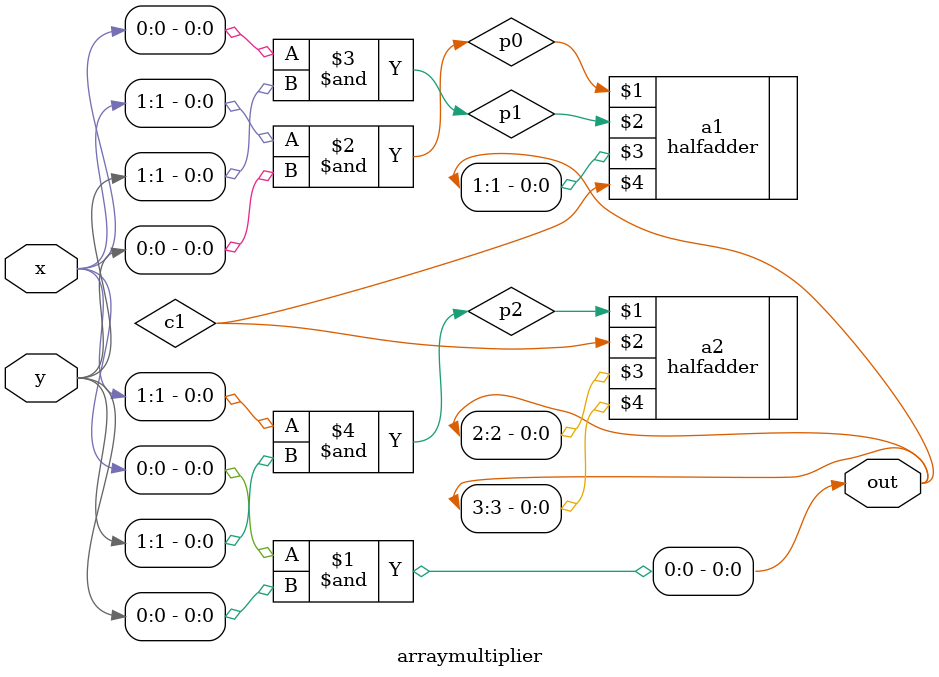
<source format=v>
`timescale 1ns / 1ps


module arraymultiplier(
input [1:0]x,
input [1:0]y,
output [3:0]out
);
wire p0,p1,p2,c1;
and(out[0], x[0],y[0]);
and(p0,x[1],y[0]);
and(p1,x[0],y[1]);
and(p2,x[1],y[1]);
halfadder a1(p0,p1,out[1],c1);
halfadder a2(p2,c1,out[2],out[3]);
endmodule

</source>
